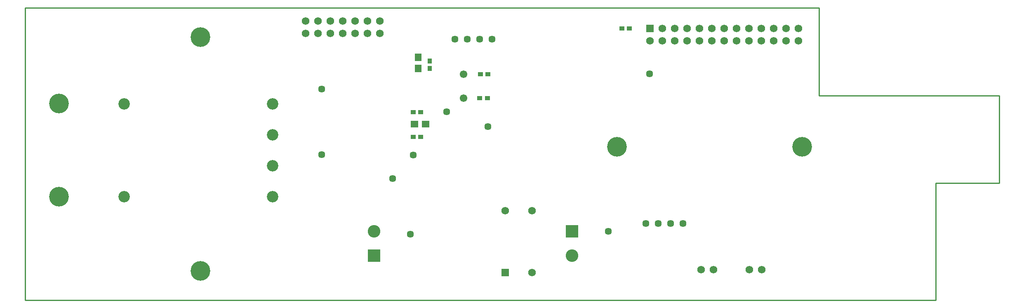
<source format=gbs>
*
*
G04 PADS 9.5 Build Number: 522968 generated Gerber (RS-274-X) file*
G04 PC Version=2.1*
*
%IN "ohm1.pcb"*%
*
%MOIN*%
*
%FSLAX35Y35*%
*
*
*
*
G04 PC Standard Apertures*
*
*
G04 Thermal Relief Aperture macro.*
%AMTER*
1,1,$1,0,0*
1,0,$1-$2,0,0*
21,0,$3,$4,0,0,45*
21,0,$3,$4,0,0,135*
%
*
*
G04 Annular Aperture macro.*
%AMANN*
1,1,$1,0,0*
1,0,$2,0,0*
%
*
*
G04 Odd Aperture macro.*
%AMODD*
1,1,$1,0,0*
1,0,$1-0.005,0,0*
%
*
*
G04 PC Custom Aperture Macros*
*
*
*
*
*
*
G04 PC Aperture Table*
*
%ADD010C,0.001*%
%ADD013C,0.01*%
%ADD133R,0.062X0.062*%
%ADD134C,0.062*%
%ADD148C,0.05712*%
%ADD149C,0.15948*%
%ADD150C,0.06106*%
%ADD151R,0.052X0.062*%
%ADD152R,0.04X0.032*%
%ADD153R,0.032X0.04*%
%ADD154C,0.092*%
%ADD156R,0.10137X0.10137*%
%ADD157C,0.10137*%
%ADD159R,0.062X0.052*%
*
*
*
*
G04 PC Circuitry*
G04 Layer Name ohm1.pcb - circuitry*
%LPD*%
*
*
G04 PC Custom Flashes*
G04 Layer Name ohm1.pcb - flashes*
%LPD*%
*
*
G04 PC Circuitry*
G04 Layer Name ohm1.pcb - circuitry*
%LPD*%
*
G54D10*
G54D13*
G01X1606299Y1481890D02*
Y1718110D01*
X2248031*
Y1647244*
X2393701*
Y1576378*
X2342520*
Y1481890*
X1606299*
G54D133*
X2111357Y1701580D03*
X1994288Y1504221D03*
G54D134*
X1833197Y1697394D03*
Y1707394D03*
X1843197Y1697394D03*
Y1707394D03*
X1853197Y1697394D03*
Y1707394D03*
X1863197Y1697394D03*
Y1707394D03*
X1873197Y1697394D03*
Y1707394D03*
X1883197Y1697394D03*
Y1707394D03*
X1893197Y1697394D03*
Y1707394D03*
X2111357Y1691580D03*
X2121357D03*
Y1701580D03*
X2131357Y1691580D03*
Y1701580D03*
X2141357Y1691580D03*
Y1701580D03*
X2151357Y1691580D03*
Y1701580D03*
X2161357Y1691580D03*
Y1701580D03*
X2171357Y1691580D03*
Y1701580D03*
X2181357Y1691580D03*
Y1701580D03*
X2191357Y1691580D03*
Y1701580D03*
X2201357Y1691580D03*
Y1701580D03*
X2211357Y1691580D03*
Y1701580D03*
X2221357Y1691580D03*
Y1701580D03*
X2231357Y1691580D03*
Y1701580D03*
X1994288Y1554221D03*
X2016206Y1504218D03*
Y1554218D03*
X2191659Y1506353D03*
X2201659D03*
X2152693D03*
X2162693D03*
G54D148*
X2111207Y1664820D03*
X2077772Y1537531D03*
X1980303Y1622134D03*
X1983701Y1692933D03*
X1973701D03*
X1963701D03*
X1953701D03*
X1947124Y1633997D03*
X1919920Y1599206D03*
X1917752Y1535102D03*
X1903467Y1580159D03*
X1846022Y1652344D03*
X1845982Y1599453D03*
X2108206Y1543758D03*
X2118206D03*
X2128206D03*
X2138206D03*
G54D149*
X2084891Y1605802D03*
X1748031Y1694488D03*
Y1505512D03*
X1633858Y1640651D03*
Y1565575D03*
X2234564Y1605802D03*
G54D150*
X1960900Y1664315D03*
Y1645102D03*
G54D151*
X1924089Y1669066D03*
Y1678066D03*
G54D152*
X1919991Y1613871D03*
X1926191D03*
X1919991Y1633755D03*
X1926191D03*
X1980015Y1645085D03*
X1973815D03*
X1980457Y1664331D03*
X1974257D03*
X2094862Y1701554D03*
X2088662D03*
G54D153*
X1933562Y1669084D03*
Y1675284D03*
G54D154*
X1686559Y1640602D03*
Y1565602D03*
X1806559Y1640602D03*
Y1615602D03*
Y1590602D03*
Y1565602D03*
G54D156*
X1888404Y1517743D03*
X2048348Y1537428D03*
G54D157*
X1888404D03*
X2048348Y1517743D03*
G54D159*
X1921091Y1624152D03*
X1930091D03*
X0Y0D02*
M02*

</source>
